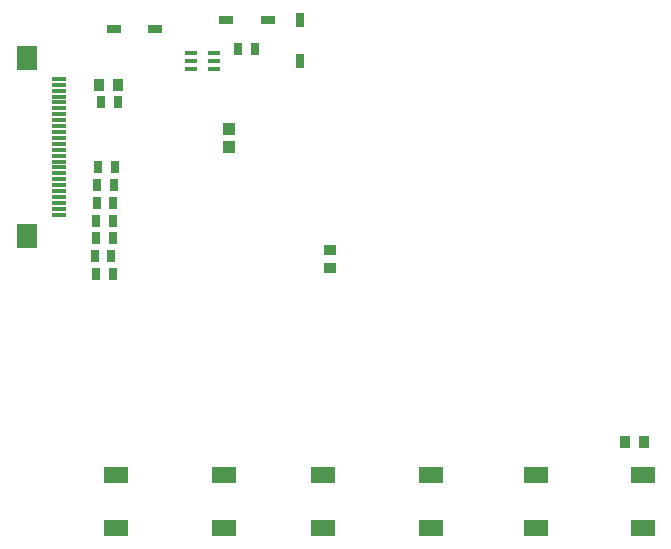
<source format=gbr>
%TF.GenerationSoftware,KiCad,Pcbnew,9.0.6-1.fc43*%
%TF.CreationDate,2025-12-20T07:51:11-05:00*%
%TF.ProjectId,electrical,656c6563-7472-4696-9361-6c2e6b696361,rev?*%
%TF.SameCoordinates,Original*%
%TF.FileFunction,Paste,Top*%
%TF.FilePolarity,Positive*%
%FSLAX46Y46*%
G04 Gerber Fmt 4.6, Leading zero omitted, Abs format (unit mm)*
G04 Created by KiCad (PCBNEW 9.0.6-1.fc43) date 2025-12-20 07:51:11*
%MOMM*%
%LPD*%
G01*
G04 APERTURE LIST*
%ADD10R,0.780000X0.990000*%
%ADD11R,1.150000X0.800000*%
%ADD12R,1.000000X0.450000*%
%ADD13R,1.300000X0.300000*%
%ADD14R,1.800000X2.000000*%
%ADD15R,1.000000X1.050000*%
%ADD16R,2.100000X1.400000*%
%ADD17R,0.900000X1.000000*%
%ADD18R,1.000000X0.900000*%
%ADD19R,0.800000X1.150000*%
G04 APERTURE END LIST*
D10*
%TO.C,C14*%
X133050000Y-81250000D03*
X131650000Y-81250000D03*
%TD*%
D11*
%TO.C,D4*%
X145750000Y-74250000D03*
X142250000Y-74250000D03*
%TD*%
D12*
%TO.C,Q1*%
X139300000Y-77100000D03*
X139300000Y-77750000D03*
X139300000Y-78400000D03*
X141200000Y-78400000D03*
X141200000Y-77750000D03*
X141200000Y-77100000D03*
%TD*%
D13*
%TO.C,J2*%
X128100000Y-79250000D03*
X128100000Y-79750000D03*
X128100000Y-80250000D03*
X128100000Y-80750000D03*
X128100000Y-81250000D03*
X128100000Y-81750000D03*
X128100000Y-82250000D03*
X128100000Y-82750000D03*
X128100000Y-83250000D03*
X128100000Y-83750000D03*
X128100000Y-84250000D03*
X128100000Y-84750000D03*
X128100000Y-85250000D03*
X128100000Y-85750000D03*
X128100000Y-86250000D03*
X128100000Y-86750000D03*
X128100000Y-87250000D03*
X128100000Y-87750000D03*
X128100000Y-88250000D03*
X128100000Y-88750000D03*
X128100000Y-89250000D03*
X128100000Y-89750000D03*
X128100000Y-90250000D03*
X128100000Y-90750000D03*
D14*
X125350000Y-77450000D03*
X125350000Y-92550000D03*
%TD*%
D10*
%TO.C,C15*%
X132800000Y-86750000D03*
X131400000Y-86750000D03*
%TD*%
%TO.C,C20*%
X132650000Y-91250000D03*
X131250000Y-91250000D03*
%TD*%
D15*
%TO.C,L1*%
X142500000Y-83500000D03*
X142500000Y-85000000D03*
%TD*%
D11*
%TO.C,D2*%
X132750000Y-75000000D03*
X136250000Y-75000000D03*
%TD*%
D10*
%TO.C,C17*%
X132700000Y-89750000D03*
X131300000Y-89750000D03*
%TD*%
D16*
%TO.C,SW4*%
X168450000Y-117250000D03*
X177550000Y-117250000D03*
X168450000Y-112750000D03*
X177550000Y-112750000D03*
%TD*%
D10*
%TO.C,C13*%
X131250000Y-95750000D03*
X132650000Y-95750000D03*
%TD*%
%TO.C,C19*%
X131100000Y-94250000D03*
X132500000Y-94250000D03*
%TD*%
D17*
%TO.C,R12*%
X131450000Y-79750000D03*
X133050000Y-79750000D03*
%TD*%
D18*
%TO.C,R6*%
X151000000Y-95300000D03*
X151000000Y-93700000D03*
%TD*%
D16*
%TO.C,SW1*%
X150450000Y-117250000D03*
X159550000Y-117250000D03*
X150450000Y-112750000D03*
X159550000Y-112750000D03*
%TD*%
D10*
%TO.C,C16*%
X132750000Y-88250000D03*
X131350000Y-88250000D03*
%TD*%
D16*
%TO.C,SW3*%
X132950000Y-117250000D03*
X142050000Y-117250000D03*
X132950000Y-112750000D03*
X142050000Y-112750000D03*
%TD*%
D10*
%TO.C,C12*%
X131250000Y-92750000D03*
X132650000Y-92750000D03*
%TD*%
%TO.C,C18*%
X143250000Y-76750000D03*
X144650000Y-76750000D03*
%TD*%
D19*
%TO.C,D3*%
X148500000Y-77750000D03*
X148500000Y-74250000D03*
%TD*%
D17*
%TO.C,R8*%
X177600000Y-110000000D03*
X176000000Y-110000000D03*
%TD*%
M02*

</source>
